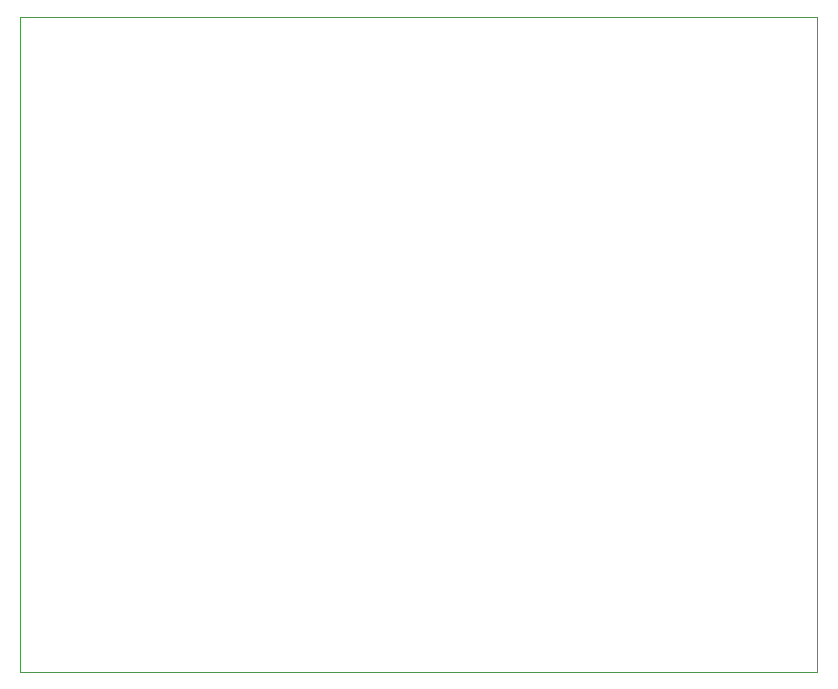
<source format=gbr>
%TF.GenerationSoftware,KiCad,Pcbnew,8.0.1*%
%TF.CreationDate,2024-04-06T00:37:26+05:30*%
%TF.ProjectId,Project,50726f6a-6563-4742-9e6b-696361645f70,rev?*%
%TF.SameCoordinates,Original*%
%TF.FileFunction,Profile,NP*%
%FSLAX46Y46*%
G04 Gerber Fmt 4.6, Leading zero omitted, Abs format (unit mm)*
G04 Created by KiCad (PCBNEW 8.0.1) date 2024-04-06 00:37:26*
%MOMM*%
%LPD*%
G01*
G04 APERTURE LIST*
%TA.AperFunction,Profile*%
%ADD10C,0.050000*%
%TD*%
G04 APERTURE END LIST*
D10*
X48175000Y-27850000D02*
X115675000Y-27850000D01*
X115675000Y-83350000D01*
X48175000Y-83350000D01*
X48175000Y-27850000D01*
M02*

</source>
